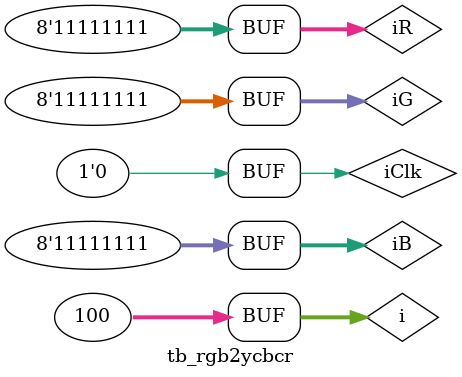
<source format=v>
`timescale 1 ns / 1 ps
module tb_rgb2ycbcr ();

    reg             iClk;
    reg     [7:0]   iR;
    reg     [7:0]   iG;
    reg     [7:0]   iB;

    wire    [7:0]   oY;
    wire    [7:0]   oCb;
    wire    [7:0]   oCr;

    rgb2ycbcr   uut (
        .iClk(iClk),
        .iR(iR),
        .iG(iG),
        .iB(iB),

        .oY(oY),
        .oCb(oCb),
        .oCr(oCr)
    );
    
    integer i;
    initial
    begin
        iClk    =   0;
        iR      =   255;
        iG      =   255;
        iB      =   255;
        
        #100;
        
        for(i = 0; i < 100; i = i + 1)
        begin
            #1; iClk <= 1;
            #1; iClk <= 0;
        end
    end
endmodule
</source>
